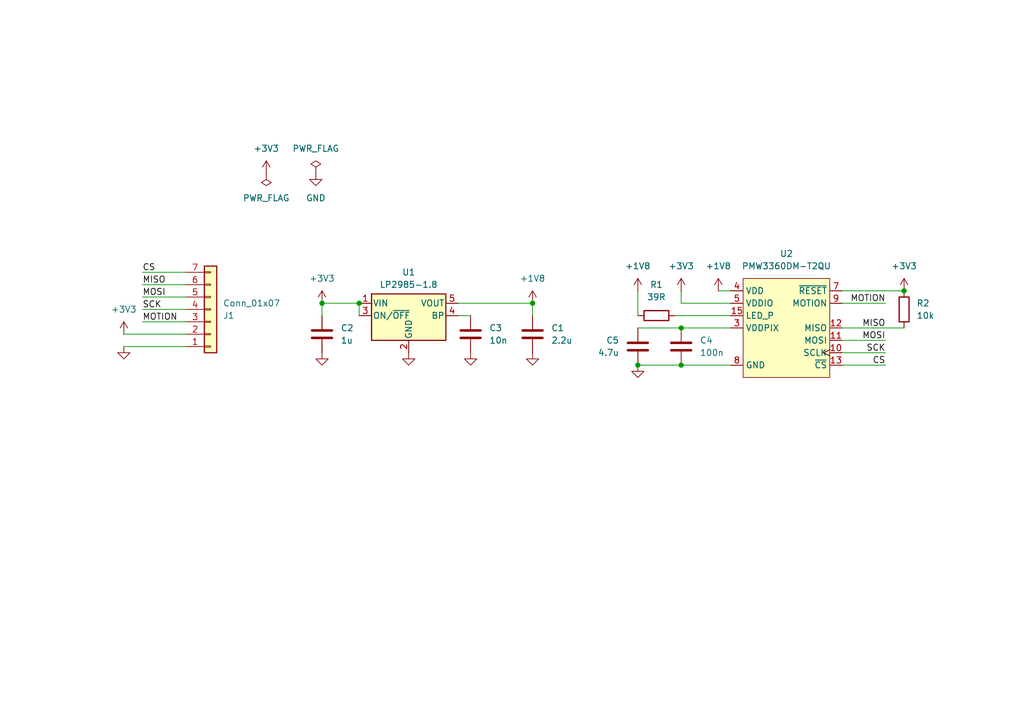
<source format=kicad_sch>
(kicad_sch (version 20231120) (generator "eeschema") (generator_version "8.0")
  (paper "A5")
  (title_block (title "Kivipallur PMW3360 breakout board"))
  (lib_symbols
    (symbol "Connector_Generic:Conn_01x07" (pin_names (offset 1.016) hide)
      (property "Reference" "J" (at 0 10.16 0))
      (property "Value" "Conn_01x07" (at 0 -10.16 0))
      (symbol "Conn_01x07_1_1"
        (rectangle (start -1.27 -7.493) (end 0 -7.747) (stroke (width 0.1524)))
        (rectangle (start -1.27 -4.953) (end 0 -5.207) (stroke (width 0.1524)))
        (rectangle (start -1.27 -2.413) (end 0 -2.667) (stroke (width 0.1524)))
        (rectangle (start -1.27 0.127) (end 0 -0.127) (stroke (width 0.1524)))
        (rectangle (start -1.27 2.667) (end 0 2.413) (stroke (width 0.1524)))
        (rectangle (start -1.27 5.207) (end 0 4.953) (stroke (width 0.1524)))
        (rectangle (start -1.27 7.747) (end 0 7.493) (stroke (width 0.1524)))
        (rectangle (start -1.27 8.89) (end 1.27 -8.89) (stroke (width 0.254)) (fill (type background)))
        (pin passive line (at -5.08 7.62 0) (length 3.81) (name "Pin_1") (number "1"))
        (pin passive line (at -5.08 5.08 0) (length 3.81) (name "Pin_2") (number "2"))
        (pin passive line (at -5.08 2.54 0) (length 3.81) (name "Pin_3") (number "3"))
        (pin passive line (at -5.08 0 0) (length 3.81) (name "Pin_4") (number "4"))
        (pin passive line (at -5.08 -2.54 0) (length 3.81) (name "Pin_5") (number "5"))
        (pin passive line (at -5.08 -5.08 0) (length 3.81) (name "Pin_6") (number "6"))
        (pin passive line (at -5.08 -7.62 0) (length 3.81) (name "Pin_7") (number "7"))
      )
    )
    (symbol "Device:C" (pin_numbers hide) (pin_names (offset 0.254))
      (property "Reference" "C" (at 0.635 2.54 0))
      (property "Value" "C" (at 0.635 -2.54 0))
      (symbol "C_0_1"
        (polyline (pts (xy -2.032 -0.762) (xy 2.032 -0.762)) (stroke (width 0.508)))
        (polyline (pts (xy -2.032 0.762) (xy 2.032 0.762)) (stroke (width 0.508)))
      )
      (symbol "C_1_1"
        (pin passive line (at 0 3.81 270) (length 2.794) (name "~") (number "1"))
        (pin passive line (at 0 -3.81 90) (length 2.794) (name "~") (number "2"))
      )
    )
    (symbol "Device:R" (pin_numbers hide) (pin_names (offset 0))
      (property "Reference" "R" (at 2.032 0 90))
      (property "Value" "R" (at 0 0 90))
      (symbol "R_0_1"
        (rectangle (start -1.016 -2.54) (end 1.016 2.54) (stroke (width 0.254)))
      )
      (symbol "R_1_1"
        (pin passive line (at 0 3.81 270) (length 1.27) (name "~") (number "1"))
        (pin passive line (at 0 -3.81 90) (length 1.27) (name "~") (number "2"))
      )
    )
    (symbol "Regulator_Linear:LP2985-1.8" (pin_names (offset 0.254))
      (property "Reference" "U" (at -6.35 5.715 0))
      (property "Value" "LP2985-1.8" (at 0 5.715 0))
      (symbol "LP2985-1.8_0_1"
        (rectangle (start -7.62 -5.08) (end 7.62 4.445) (stroke (width 0.254)) (fill (type background)))
      )
      (symbol "LP2985-1.8_1_1"
        (pin power_in line (at -10.16 2.54 0) (length 2.54) (name "VIN") (number "1"))
        (pin power_in line (at 0 -7.62 90) (length 2.54) (name "GND") (number "2"))
        (pin input line (at -10.16 0 0) (length 2.54) (name "ON/~{OFF}") (number "3"))
        (pin input line (at 10.16 0 180) (length 2.54) (name "BP") (number "4"))
        (pin power_out line (at 10.16 2.54 180) (length 2.54) (name "VOUT") (number "5"))
      )
    )
    (symbol "pmw3360_pcb:PMW3360DM-T2QU"
      (property "Reference" "U2" (at 0 15.24 0))
      (property "Value" "PMW3360DM-T2QU" (at 0 12.7 0))
      (symbol "PMW3360DM-T2QU_0_1"
        (rectangle (start -8.89 10.16) (end 8.89 -10.16) (fill (type background)))
      )
      (symbol "PMW3360DM-T2QU_1_1"
        (pin no_connect line (at -2.54 13.97 180) (length 2.54) hide (name "NC") (number "1"))
        (pin input clock (at 11.43 -5.08 180) (length 2.54) (name "SCLK") (number "10"))
        (pin input line (at 11.43 -2.54 180) (length 2.54) (name "MOSI") (number "11"))
        (pin output line (at 11.43 0 180) (length 2.54) (name "MISO") (number "12"))
        (pin input line (at 11.43 -7.62 180) (length 2.54) (name "~{CS}") (number "13"))
        (pin no_connect inverted (at -2.54 19.05 180) (length 2.54) hide (name "NC") (number "14"))
        (pin input line (at -11.43 2.54 0) (length 2.54) (name "LED_P") (number "15"))
        (pin no_connect line (at -2.54 21.59 180) (length 2.54) hide (name "NC") (number "16"))
        (pin no_connect line (at -2.54 16.51 180) (length 2.54) hide (name "NC") (number "2"))
        (pin power_out line (at -11.43 0 0) (length 2.54) (name "VDDPIX") (number "3"))
        (pin power_in line (at -11.43 7.62 0) (length 2.54) (name "VDD") (number "4"))
        (pin power_in line (at -11.43 5.08 0) (length 2.54) (name "VDDIO") (number "5"))
        (pin no_connect line (at -2.54 11.43 180) (length 2.54) hide (name "NC") (number "6"))
        (pin input line (at 11.43 7.62 180) (length 2.54) (name "~{RESET}") (number "7"))
        (pin power_in line (at -11.43 -7.62 0) (length 2.54) (name "GND") (number "8"))
        (pin output line (at 11.43 5.08 180) (length 2.54) (name "MOTION") (number "9"))
      )
    )
    (symbol "power:+1V8" (power) (pin_numbers hide) (pin_names (offset 0) hide)
      (property "Value" "+1V8" (at 0 3.556 0))
      (symbol "+1V8_0_1"
        (polyline (pts (xy -0.762 1.27) (xy 0 2.54)))
        (polyline (pts (xy 0 0) (xy 0 2.54)))
        (polyline (pts (xy 0 2.54) (xy 0.762 1.27)))
      )
      (symbol "+1V8_1_1"
        (pin power_in line (at 0 0 90) (length 0) (name "~") (number "1"))
      )
    )
    (symbol "power:+3V3" (power) (pin_numbers hide) (pin_names (offset 0) hide)
      (property "Value" "+3V3" (at 0 3.556 0))
      (symbol "+3V3_0_1"
        (polyline (pts (xy -0.762 1.27) (xy 0 2.54)))
        (polyline (pts (xy 0 0) (xy 0 2.54)))
        (polyline (pts (xy 0 2.54) (xy 0.762 1.27)))
      )
      (symbol "+3V3_1_1"
        (pin power_in line (at 0 0 90) (length 0) (name "~") (number "1"))
      )
    )
    (symbol "power:GND" (power) (pin_numbers hide) (pin_names (offset 0) hide)
      (property "Value" "GND" (at 0 -3.81 0))
      (symbol "GND_0_1"
        (polyline (pts (xy 0 0) (xy 0 -1.27) (xy 1.27 -1.27) (xy 0 -2.54) (xy -1.27 -1.27) (xy 0 -1.27)))
      )
      (symbol "GND_1_1"
        (pin power_in line (at 0 0 270) (length 0) (name "~") (number "1"))
      )
    )
    (symbol "power:PWR_FLAG" (power) (pin_numbers hide) (pin_names (offset 0) hide)
      (property "Value" "PWR_FLAG" (at 0 3.81 0))
      (symbol "PWR_FLAG_0_0"
        (pin power_out line (at 0 0 90) (length 0) (name "~") (number "1"))
      )
      (symbol "PWR_FLAG_0_1"
        (polyline (pts (xy 0 0) (xy 0 1.27) (xy -1.016 1.905) (xy 0 2.54) (xy 1.016 1.905) (xy 0 1.27)))
      )
    )
  )
  (junction (at 130.81 74.93))
  (junction (at 139.7 74.93))
  (junction (at 66.04 62.23))
  (junction (at 185.42 59.69))
  (junction (at 73.66 62.23))
  (junction (at 139.7 67.31))
  (junction (at 109.22 62.23))
  (wire (pts (xy 29.21 55.88) (xy 38.1 55.88)))
  (wire (pts (xy 93.98 62.23) (xy 109.22 62.23)))
  (wire (pts (xy 66.04 64.77) (xy 66.04 62.23)))
  (wire (pts (xy 147.32 59.69) (xy 149.86 59.69)))
  (wire (pts (xy 181.61 74.93) (xy 172.72 74.93)))
  (wire (pts (xy 29.21 66.04) (xy 38.1 66.04)))
  (wire (pts (xy 29.21 58.42) (xy 38.1 58.42)))
  (wire (pts (xy 130.81 59.69) (xy 130.81 64.77)))
  (wire (pts (xy 29.21 60.96) (xy 38.1 60.96)))
  (wire (pts (xy 139.7 67.31) (xy 149.86 67.31)))
  (wire (pts (xy 172.72 59.69) (xy 185.42 59.69)))
  (wire (pts (xy 93.98 64.77) (xy 96.52 64.77)))
  (wire (pts (xy 130.81 67.31) (xy 139.7 67.31)))
  (wire (pts (xy 66.04 62.23) (xy 73.66 62.23)))
  (wire (pts (xy 172.72 62.23) (xy 181.61 62.23)))
  (wire (pts (xy 172.72 67.31) (xy 185.42 67.31)))
  (wire (pts (xy 139.7 74.93) (xy 149.86 74.93)))
  (wire (pts (xy 139.7 59.69) (xy 139.7 62.23)))
  (wire (pts (xy 73.66 62.23) (xy 73.66 64.77)))
  (wire (pts (xy 139.7 62.23) (xy 149.86 62.23)))
  (wire (pts (xy 29.21 63.5) (xy 38.1 63.5)))
  (wire (pts (xy 181.61 69.85) (xy 172.72 69.85)))
  (wire (pts (xy 25.4 71.12) (xy 38.1 71.12)))
  (wire (pts (xy 109.22 62.23) (xy 109.22 64.77)))
  (wire (pts (xy 138.43 64.77) (xy 149.86 64.77)))
  (wire (pts (xy 25.4 68.58) (xy 38.1 68.58)))
  (wire (pts (xy 181.61 72.39) (xy 172.72 72.39)))
  (wire (pts (xy 130.81 74.93) (xy 139.7 74.93)))
  (label "SCK" (at 29.21 63.5 0))
  (label "MOSI" (at 181.61 69.85 180))
  (label "MISO" (at 29.21 58.42 0))
  (label "CS" (at 29.21 55.88 0))
  (label "SCK" (at 181.61 72.39 180))
  (label "MOTION" (at 181.61 62.23 180))
  (label "MOSI" (at 29.21 60.96 0))
  (label "MISO" (at 181.61 67.31 180))
  (label "MOTION" (at 29.21 66.04 0))
  (label "CS" (at 181.61 74.93 180))
  (symbol (lib_id "power:GND") (at 130.81 74.93 0) (unit 1)
    (property "Reference" "#PWR08" (effects (hide yes)))
    (property "Value" "GND" (effects (hide yes)))
    (property "Description" "Power symbol creates a global label with name \"GND\" , ground" (effects (hide yes)))
  )
  (symbol (lib_id "power:GND") (at 66.04 72.39 0) (unit 1)
    (property "Reference" "#PWR02" (effects (hide yes)))
    (property "Value" "GND" (effects (hide yes)))
    (property "Description" "Power symbol creates a global label with name \"GND\" , ground" (effects (hide yes)))
  )
  (symbol (lib_id "power:+1V8") (at 147.32 59.69 0) (unit 1)
    (property "Reference" "#PWR09" (effects (hide yes)))
    (property "Value" "+1V8" (at 147.32 54.61 0))
    (property "Description" "Power symbol creates a global label with name \"+1V8\"" (effects (hide yes)))
  )
  (symbol (lib_id "power:PWR_FLAG") (at 64.77 35.56 0) (unit 1)
    (property "Reference" "#FLG02" (effects (hide yes)))
    (property "Value" "PWR_FLAG" (at 64.77 30.48 0))
    (property "Description" "Special symbol for telling ERC where power comes from" (effects (hide yes)))
  )
  (symbol (lib_id "power:+3V3") (at 66.04 62.23 0) (unit 1)
    (property "Reference" "#PWR01" (effects (hide yes)))
    (property "Value" "+3V3" (at 66.04 57.15 0))
    (property "Description" "Power symbol creates a global label with name \"+3V3\"" (effects (hide yes)))
  )
  (symbol (lib_id "Device:R") (at 185.42 63.5 180) (unit 1)
    (property "Reference" "R2" (at 187.96 62.2299 0) (effects (justify right)))
    (property "Value" "10k" (at 187.96 64.7699 0) (effects (justify right)))
    (property "Footprint" "Resistor_SMD:R_0603_1608Metric_Pad0.98x0.95mm_HandSolder" (effects (hide yes)))
    (property "Description" "Resistor" (effects (hide yes)))
  )
  (symbol (lib_id "power:GND") (at 25.4 71.12 0) (mirror y) (unit 1)
    (property "Reference" "#PWR013" (effects (hide yes)))
    (property "Value" "GND" (effects (hide yes)))
    (property "Description" "Power symbol creates a global label with name \"GND\" , ground" (effects (hide yes)))
  )
  (symbol (lib_id "power:+1V8") (at 109.22 62.23 0) (unit 1)
    (property "Reference" "#PWR06" (effects (hide yes)))
    (property "Value" "+1V8" (at 109.22 57.15 0))
    (property "Description" "Power symbol creates a global label with name \"+1V8\"" (effects (hide yes)))
  )
  (symbol (lib_id "Connector_Generic:Conn_01x07") (at 43.18 63.5 0) (mirror x) (unit 1)
    (property "Reference" "J1" (at 45.72 64.7701 0) (effects (justify left)))
    (property "Value" "Conn_01x07" (at 45.72 62.2301 0) (effects (justify left)))
    (property "Footprint" "Connector_PinHeader_2.54mm:PinHeader_1x07_P2.54mm_Vertical" (effects (hide yes)))
    (property "Description" "Generic connector, single row, 01x07, script generated (kicad-library-utils/schlib/autogen/connector/)" (effects (hide yes)))
  )
  (symbol (lib_id "power:+3V3") (at 25.4 68.58 0) (mirror y) (unit 1)
    (property "Reference" "#PWR012" (effects (hide yes)))
    (property "Value" "+3V3" (at 25.4 63.5 0))
    (property "Description" "Power symbol creates a global label with name \"+3V3\"" (effects (hide yes)))
  )
  (symbol (lib_id "Device:R") (at 134.62 64.77 90) (unit 1)
    (property "Reference" "R1" (at 134.62 58.42 90))
    (property "Value" "39R" (at 134.62 60.96 90))
    (property "Footprint" "Resistor_SMD:R_0603_1608Metric_Pad0.98x0.95mm_HandSolder" (effects (hide yes)))
    (property "Description" "Resistor" (effects (hide yes)))
  )
  (symbol (lib_id "Device:C") (at 66.04 68.58 0) (unit 1)
    (property "Reference" "C2" (at 69.85 67.3099 0) (effects (justify left)))
    (property "Value" "1u" (at 69.85 69.8499 0) (effects (justify left)))
    (property "Footprint" "Capacitor_SMD:C_0603_1608Metric_Pad1.08x0.95mm_HandSolder" (effects (hide yes)))
    (property "Description" "Unpolarized capacitor" (effects (hide yes)))
  )
  (symbol (lib_id "power:+1V8") (at 130.81 59.69 0) (unit 1)
    (property "Reference" "#PWR07" (effects (hide yes)))
    (property "Value" "+1V8" (at 130.81 54.61 0))
    (property "Description" "Power symbol creates a global label with name \"+1V8\"" (effects (hide yes)))
  )
  (symbol (lib_id "Regulator_Linear:LP2985-1.8") (at 83.82 64.77 0) (unit 1)
    (property "Reference" "U1" (at 83.82 55.88 0))
    (property "Value" "LP2985-1.8" (at 83.82 58.42 0))
    (property "Footprint" "Package_TO_SOT_SMD:SOT-23-5" (effects (hide yes)))
    (property "Datasheet" "http://www.ti.com/lit/ds/symlink/lp2985.pdf" (effects (hide yes)))
    (property "Description" "150mA 16V Low-noise Low-dropout Regulator With Shutdown, 1.8V output voltage, SOT-23-5" (effects (hide yes)))
  )
  (symbol (lib_id "power:+3V3") (at 54.61 35.56 0) (mirror y) (unit 1)
    (property "Reference" "#PWR014" (effects (hide yes)))
    (property "Value" "+3V3" (at 54.61 30.48 0))
    (property "Description" "Power symbol creates a global label with name \"+3V3\"" (effects (hide yes)))
  )
  (symbol (lib_id "power:GND") (at 96.52 72.39 0) (unit 1)
    (property "Reference" "#PWR04" (effects (hide yes)))
    (property "Value" "GND" (effects (hide yes)))
    (property "Description" "Power symbol creates a global label with name \"GND\" , ground" (effects (hide yes)))
  )
  (symbol (lib_id "power:GND") (at 109.22 72.39 0) (unit 1)
    (property "Reference" "#PWR05" (effects (hide yes)))
    (property "Value" "GND" (effects (hide yes)))
    (property "Description" "Power symbol creates a global label with name \"GND\" , ground" (effects (hide yes)))
  )
  (symbol (lib_id "power:GND") (at 83.82 72.39 0) (unit 1)
    (property "Reference" "#PWR03" (effects (hide yes)))
    (property "Value" "GND" (effects (hide yes)))
    (property "Description" "Power symbol creates a global label with name \"GND\" , ground" (effects (hide yes)))
  )
  (symbol (lib_id "Device:C") (at 130.81 71.12 0) (mirror y) (unit 1)
    (property "Reference" "C5" (at 127 69.8499 0) (effects (justify left)))
    (property "Value" "4.7u" (at 127 72.3899 0) (effects (justify left)))
    (property "Footprint" "Capacitor_SMD:C_0603_1608Metric_Pad1.08x0.95mm_HandSolder" (effects (hide yes)))
    (property "Description" "Unpolarized capacitor" (effects (hide yes)))
  )
  (symbol (lib_id "Device:C") (at 96.52 68.58 0) (unit 1)
    (property "Reference" "C3" (at 100.33 67.3099 0) (effects (justify left)))
    (property "Value" "10n" (at 100.33 69.8499 0) (effects (justify left)))
    (property "Footprint" "Capacitor_SMD:C_0603_1608Metric_Pad1.08x0.95mm_HandSolder" (effects (hide yes)))
    (property "Description" "Unpolarized capacitor" (effects (hide yes)))
  )
  (symbol (lib_id "power:GND") (at 64.77 35.56 0) (mirror y) (unit 1)
    (property "Reference" "#PWR015" (effects (hide yes)))
    (property "Value" "GND" (at 64.77 40.64 0))
    (property "Description" "Power symbol creates a global label with name \"GND\" , ground" (effects (hide yes)))
  )
  (symbol (lib_id "Device:C") (at 109.22 68.58 0) (unit 1)
    (property "Reference" "C1" (at 113.03 67.3099 0) (effects (justify left)))
    (property "Value" "2.2u" (at 113.03 69.8499 0) (effects (justify left)))
    (property "Footprint" "Capacitor_SMD:C_0603_1608Metric_Pad1.08x0.95mm_HandSolder" (effects (hide yes)))
    (property "Description" "Unpolarized capacitor" (effects (hide yes)))
  )
  (symbol (lib_id "power:+3V3") (at 185.42 59.69 0) (unit 1)
    (property "Reference" "#PWR011" (effects (hide yes)))
    (property "Value" "+3V3" (at 185.42 54.61 0))
    (property "Description" "Power symbol creates a global label with name \"+3V3\"" (effects (hide yes)))
  )
  (symbol (lib_id "Device:C") (at 139.7 71.12 180) (unit 1)
    (property "Reference" "C4" (at 143.51 69.8499 0) (effects (justify right)))
    (property "Value" "100n" (at 143.51 72.3899 0) (effects (justify right)))
    (property "Footprint" "Capacitor_SMD:C_0603_1608Metric_Pad1.08x0.95mm_HandSolder" (effects (hide yes)))
    (property "Description" "Unpolarized capacitor" (effects (hide yes)))
  )
  (symbol (lib_id "power:+3V3") (at 139.7 59.69 0) (unit 1)
    (property "Reference" "#PWR010" (effects (hide yes)))
    (property "Value" "+3V3" (at 139.7 54.61 0))
    (property "Description" "Power symbol creates a global label with name \"+3V3\"" (effects (hide yes)))
  )
  (symbol (lib_id "pmw3360_pcb:PMW3360DM-T2QU") (at 161.29 67.31 0) (unit 1)
    (property "Reference" "U2" (at 161.29 52.07 0))
    (property "Value" "PMW3360DM-T2QU" (at 161.29 54.61 0))
    (property "Footprint" "pmw3360_pcb:PMW3360DM-T2QU 16Pin" (effects (hide yes)))
    (property "Datasheet" "https://www.pixart.com/products-detail/tw/10/PMW3360DM-T2QU" (effects (hide yes)))
    (property "Description" "Optical mouse sensor" (effects (hide yes)))
  )
  (symbol (lib_id "power:PWR_FLAG") (at 54.61 35.56 180) (unit 1)
    (property "Reference" "#FLG01" (effects (hide yes)))
    (property "Value" "PWR_FLAG" (at 54.61 40.64 0))
    (property "Description" "Special symbol for telling ERC where power comes from" (effects (hide yes)))
  )
)
</source>
